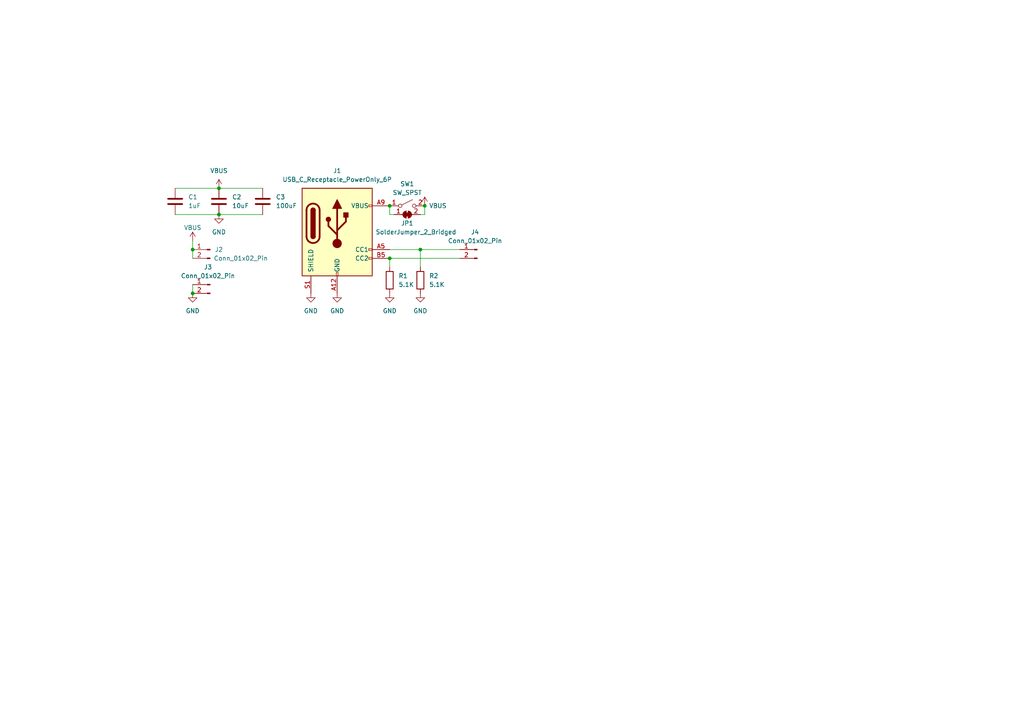
<source format=kicad_sch>
(kicad_sch (version 20230121) (generator eeschema)
  (paper "A4")
  (lib_symbols
    (symbol "Connector:Conn_01x02_Pin" (pin_names (offset 1.016) hide)
      (property "Reference" "J" (at 0 2.54 0))
      (property "Value" "Conn_01x02_Pin" (at 0 -5.08 0))
      (symbol "Conn_01x02_Pin_1_1"
        (polyline (pts (xy 1.27 -2.54) (xy 0.8636 -2.54)) (stroke (width 0.1524)))
        (polyline (pts (xy 1.27 0) (xy 0.8636 0)) (stroke (width 0.1524)))
        (rectangle (start 0.8636 -2.413) (end 0 -2.667) (stroke (width 0.1524)) (fill (type outline)))
        (rectangle (start 0.8636 0.127) (end 0 -0.127) (stroke (width 0.1524)) (fill (type outline)))
        (pin passive line (at 5.08 0 180) (length 3.81) (name "Pin_1") (number "1"))
        (pin passive line (at 5.08 -2.54 180) (length 3.81) (name "Pin_2") (number "2"))
      )
    )
    (symbol "Connector:USB_C_Receptacle_PowerOnly_6P" (pin_names (offset 1.016))
      (property "Reference" "J" (at 0 16.51 0))
      (property "Value" "USB_C_Receptacle_PowerOnly_6P" (at 0 13.97 0))
      (symbol "USB_C_Receptacle_PowerOnly_6P_0_0"
        (rectangle (start -0.254 -12.7) (end 0.254 -11.684))
        (rectangle (start 10.16 -7.366) (end 9.144 -7.874))
        (rectangle (start 10.16 -4.826) (end 9.144 -5.334))
        (rectangle (start 10.16 7.874) (end 9.144 7.366))
      )
      (symbol "USB_C_Receptacle_PowerOnly_6P_0_1"
        (rectangle (start -10.16 12.7) (end 10.16 -12.7) (stroke (width 0.254)) (fill (type background)))
        (arc (start -8.89 -1.27) (mid -6.985 -3.1667) (end -5.08 -1.27) (stroke (width 0.508)))
        (arc (start -7.62 -1.27) (mid -6.985 -1.9023) (end -6.35 -1.27) (stroke (width 0.254)))
        (arc (start -7.62 -1.27) (mid -6.985 -1.9023) (end -6.35 -1.27) (stroke (width 0.254)) (fill (type outline)))
        (rectangle (start -7.62 -1.27) (end -6.35 6.35) (stroke (width 0.254)) (fill (type outline)))
        (arc (start -6.35 6.35) (mid -6.985 6.9823) (end -7.62 6.35) (stroke (width 0.254)))
        (arc (start -6.35 6.35) (mid -6.985 6.9823) (end -7.62 6.35) (stroke (width 0.254)) (fill (type outline)))
        (arc (start -5.08 6.35) (mid -6.985 8.2467) (end -8.89 6.35) (stroke (width 0.508)))
        (circle (center -2.54 3.683) (radius 0.635) (stroke (width 0.254)) (fill (type outline)))
        (circle (center 0 -3.302) (radius 1.27) (fill (type outline)))
        (polyline (pts (xy -8.89 -1.27) (xy -8.89 6.35)) (stroke (width 0.508)))
        (polyline (pts (xy -5.08 6.35) (xy -5.08 -1.27)) (stroke (width 0.508)))
        (polyline (pts (xy 0 -3.302) (xy 0 6.858)) (stroke (width 0.508)))
        (polyline (pts (xy 0 -0.762) (xy -2.54 1.778) (xy -2.54 3.048)) (stroke (width 0.508)))
        (polyline (pts (xy 0 0.508) (xy 2.54 3.048) (xy 2.54 4.318)) (stroke (width 0.508)))
        (polyline (pts (xy -1.27 6.858) (xy 0 9.398) (xy 1.27 6.858) (xy -1.27 6.858)) (stroke (width 0.254)) (fill (type outline)))
        (rectangle (start 1.905 4.318) (end 3.175 5.588) (stroke (width 0.254)) (fill (type outline)))
      )
      (symbol "USB_C_Receptacle_PowerOnly_6P_1_1"
        (pin passive line (at 0 -17.78 90) (length 5.08) (name "GND") (number "A12"))
        (pin bidirectional line (at 15.24 -5.08 180) (length 5.08) (name "CC1") (number "A5"))
        (pin passive line (at 15.24 7.62 180) (length 5.08) (name "VBUS") (number "A9"))
        (pin passive line (at 0 -17.78 90) (length 5.08) hide (name "GND") (number "B12"))
        (pin bidirectional line (at 15.24 -7.62 180) (length 5.08) (name "CC2") (number "B5"))
        (pin passive line (at 15.24 7.62 180) (length 5.08) hide (name "VBUS") (number "B9"))
        (pin passive line (at -7.62 -17.78 90) (length 5.08) (name "SHIELD") (number "S1"))
      )
    )
    (symbol "Device:C" (pin_numbers hide) (pin_names (offset 0.254))
      (property "Reference" "C" (at 0.635 2.54 0))
      (property "Value" "C" (at 0.635 -2.54 0))
      (symbol "C_0_1"
        (polyline (pts (xy -2.032 -0.762) (xy 2.032 -0.762)) (stroke (width 0.508)))
        (polyline (pts (xy -2.032 0.762) (xy 2.032 0.762)) (stroke (width 0.508)))
      )
      (symbol "C_1_1"
        (pin passive line (at 0 3.81 270) (length 2.794) (name "~") (number "1"))
        (pin passive line (at 0 -3.81 90) (length 2.794) (name "~") (number "2"))
      )
    )
    (symbol "Device:R" (pin_numbers hide) (pin_names (offset 0))
      (property "Reference" "R" (at 2.032 0 90))
      (property "Value" "R" (at 0 0 90))
      (symbol "R_0_1"
        (rectangle (start -1.016 -2.54) (end 1.016 2.54) (stroke (width 0.254)))
      )
      (symbol "R_1_1"
        (pin passive line (at 0 3.81 270) (length 1.27) (name "~") (number "1"))
        (pin passive line (at 0 -3.81 90) (length 1.27) (name "~") (number "2"))
      )
    )
    (symbol "Jumper:SolderJumper_2_Bridged" (pin_names (offset 0) hide)
      (property "Reference" "JP" (at 0 2.032 0))
      (property "Value" "SolderJumper_2_Bridged" (at 0 -2.54 0))
      (symbol "SolderJumper_2_Bridged_0_1"
        (rectangle (start -0.508 0.508) (end 0.508 -0.508) (fill (type outline)))
        (arc (start -0.254 1.016) (mid -1.2656 0) (end -0.254 -1.016))
        (arc (start -0.254 1.016) (mid -1.2656 0) (end -0.254 -1.016) (fill (type outline)))
        (polyline (pts (xy -0.254 1.016) (xy -0.254 -1.016)))
        (polyline (pts (xy 0.254 1.016) (xy 0.254 -1.016)))
        (arc (start 0.254 -1.016) (mid 1.2656 0) (end 0.254 1.016))
        (arc (start 0.254 -1.016) (mid 1.2656 0) (end 0.254 1.016) (fill (type outline)))
      )
      (symbol "SolderJumper_2_Bridged_1_1"
        (pin passive line (at -3.81 0 0) (length 2.54) (name "A") (number "1"))
        (pin passive line (at 3.81 0 180) (length 2.54) (name "B") (number "2"))
      )
    )
    (symbol "Switch:SW_SPST" (pin_names (offset 0) hide)
      (property "Reference" "SW" (at 0 3.175 0))
      (property "Value" "SW_SPST" (at 0 -2.54 0))
      (symbol "SW_SPST_0_0"
        (circle (center -2.032 0) (radius 0.508))
        (polyline (pts (xy -1.524 0.254) (xy 1.524 1.778)))
        (circle (center 2.032 0) (radius 0.508))
      )
      (symbol "SW_SPST_1_1"
        (pin passive line (at -5.08 0 0) (length 2.54) (name "A") (number "1"))
        (pin passive line (at 5.08 0 180) (length 2.54) (name "B") (number "2"))
      )
    )
    (symbol "power:GND" (power) (pin_names (offset 0))
      (property "Value" "GND" (at 0 -3.81 0))
      (symbol "GND_0_1"
        (polyline (pts (xy 0 0) (xy 0 -1.27) (xy 1.27 -1.27) (xy 0 -2.54) (xy -1.27 -1.27) (xy 0 -1.27)))
      )
      (symbol "GND_1_1"
        (pin power_in line (at 0 0 270) (length 0) hide (name "GND") (number "1"))
      )
    )
    (symbol "power:VBUS" (power) (pin_names (offset 0))
      (property "Value" "VBUS" (at 0 3.81 0))
      (symbol "VBUS_0_1"
        (polyline (pts (xy -0.762 1.27) (xy 0 2.54)))
        (polyline (pts (xy 0 0) (xy 0 2.54)))
        (polyline (pts (xy 0 2.54) (xy 0.762 1.27)))
      )
      (symbol "VBUS_1_1"
        (pin power_in line (at 0 0 90) (length 0) hide (name "VBUS") (number "1"))
      )
    )
  )
  (junction (at 55.88 72.39))
  (junction (at 63.5 54.61))
  (junction (at 121.92 72.39))
  (junction (at 55.88 85.09))
  (junction (at 63.5 62.23))
  (junction (at 113.03 74.93))
  (junction (at 123.19 59.69))
  (junction (at 113.03 59.69))
  (wire (pts (xy 121.92 62.23) (xy 123.19 62.23)))
  (wire (pts (xy 55.88 69.85) (xy 55.88 72.39)))
  (wire (pts (xy 63.5 62.23) (xy 76.2 62.23)))
  (wire (pts (xy 50.8 54.61) (xy 63.5 54.61)))
  (wire (pts (xy 113.03 74.93) (xy 113.03 77.47)))
  (wire (pts (xy 121.92 72.39) (xy 121.92 77.47)))
  (wire (pts (xy 55.88 82.55) (xy 55.88 85.09)))
  (wire (pts (xy 55.88 72.39) (xy 55.88 74.93)))
  (wire (pts (xy 121.92 72.39) (xy 133.35 72.39)))
  (wire (pts (xy 63.5 54.61) (xy 76.2 54.61)))
  (wire (pts (xy 50.8 62.23) (xy 63.5 62.23)))
  (wire (pts (xy 113.03 59.69) (xy 113.03 62.23)))
  (wire (pts (xy 123.19 59.69) (xy 123.19 62.23)))
  (wire (pts (xy 114.3 62.23) (xy 113.03 62.23)))
  (wire (pts (xy 113.03 72.39) (xy 121.92 72.39)))
  (wire (pts (xy 113.03 74.93) (xy 133.35 74.93)))
  (symbol (lib_id "power:GND") (at 121.92 85.09 0) (unit 1)
    (property "Reference" "#PWR04" (effects hide))
    (property "Value" "GND" (at 121.92 90.17 0))
  )
  (symbol (lib_id "power:GND") (at 90.17 85.09 0) (unit 1)
    (property "Reference" "#PWR01" (effects hide))
    (property "Value" "GND" (at 90.17 90.17 0))
  )
  (symbol (lib_id "power:GND") (at 55.88 85.09 0) (unit 1)
    (property "Reference" "#PWR09" (effects hide))
    (property "Value" "GND" (at 55.88 90.17 0))
  )
  (symbol (lib_id "Jumper:SolderJumper_2_Bridged") (at 118.11 62.23 0) (unit 1)
    (property "Reference" "JP1" (at 118.11 64.77 0))
    (property "Value" "SolderJumper_2_Bridged" (at 120.65 67.31 0))
  )
  (symbol (lib_id "Device:R") (at 121.92 81.28 0) (unit 1)
    (property "Reference" "R2" (at 124.46 80.01 0) (effects (justify left)))
    (property "Value" "5.1K" (at 124.46 82.55 0) (effects (justify left)))
  )
  (symbol (lib_id "Device:C") (at 76.2 58.42 0) (unit 1)
    (property "Reference" "C3" (at 80.01 57.15 0) (effects (justify left)))
    (property "Value" "100uF" (at 80.01 59.69 0) (effects (justify left)))
  )
  (symbol (lib_id "power:VBUS") (at 63.5 54.61 0) (unit 1)
    (property "Reference" "#PWR05" (effects hide))
    (property "Value" "VBUS" (at 63.5 49.53 0))
  )
  (symbol (lib_id "power:GND") (at 97.79 85.09 0) (unit 1)
    (property "Reference" "#PWR02" (effects hide))
    (property "Value" "GND" (at 97.79 90.17 0))
  )
  (symbol (lib_id "Connector:Conn_01x02_Pin") (at 60.96 82.55 0) (mirror y) (unit 1)
    (property "Reference" "J3" (at 60.325 77.47 0))
    (property "Value" "Conn_01x02_Pin" (at 60.325 80.01 0))
  )
  (symbol (lib_id "power:GND") (at 63.5 62.23 0) (unit 1)
    (property "Reference" "#PWR06" (effects hide))
    (property "Value" "GND" (at 63.5 67.31 0))
  )
  (symbol (lib_id "Device:R") (at 113.03 81.28 0) (unit 1)
    (property "Reference" "R1" (at 115.57 80.01 0) (effects (justify left)))
    (property "Value" "5.1K" (at 115.57 82.55 0) (effects (justify left)))
  )
  (symbol (lib_id "Connector:Conn_01x02_Pin") (at 138.43 72.39 0) (mirror y) (unit 1)
    (property "Reference" "J4" (at 137.795 67.31 0))
    (property "Value" "Conn_01x02_Pin" (at 137.795 69.85 0))
  )
  (symbol (lib_id "power:VBUS") (at 55.88 69.85 0) (unit 1)
    (property "Reference" "#PWR08" (effects hide))
    (property "Value" "VBUS" (at 55.88 66.04 0))
  )
  (symbol (lib_id "Connector:Conn_01x02_Pin") (at 60.96 72.39 0) (mirror y) (unit 1)
    (property "Reference" "J2" (at 63.5 72.39 0))
    (property "Value" "Conn_01x02_Pin" (at 69.85 74.93 0))
  )
  (symbol (lib_id "Connector:USB_C_Receptacle_PowerOnly_6P") (at 97.79 67.31 0) (unit 1)
    (property "Reference" "J1" (at 97.79 49.53 0))
    (property "Value" "USB_C_Receptacle_PowerOnly_6P" (at 97.79 52.07 0))
    (property "Datasheet" "https://www.usb.org/sites/default/files/documents/usb_type-c.zip" (effects hide))
  )
  (symbol (lib_id "Device:C") (at 50.8 58.42 0) (unit 1)
    (property "Reference" "C1" (at 54.61 57.15 0) (effects (justify left)))
    (property "Value" "1uF" (at 54.61 59.69 0) (effects (justify left)))
  )
  (symbol (lib_id "Switch:SW_SPST") (at 118.11 59.69 0) (unit 1)
    (property "Reference" "SW1" (at 118.11 53.34 0))
    (property "Value" "SW_SPST" (at 118.11 55.88 0))
  )
  (symbol (lib_id "power:VBUS") (at 123.19 59.69 0) (unit 1)
    (property "Reference" "#PWR07" (effects hide))
    (property "Value" "VBUS" (at 127 59.69 0))
  )
  (symbol (lib_id "Device:C") (at 63.5 58.42 0) (unit 1)
    (property "Reference" "C2" (at 67.31 57.15 0) (effects (justify left)))
    (property "Value" "10uF" (at 67.31 59.69 0) (effects (justify left)))
  )
  (symbol (lib_id "power:GND") (at 113.03 85.09 0) (unit 1)
    (property "Reference" "#PWR03" (effects hide))
    (property "Value" "GND" (at 113.03 90.17 0))
  )
)
</source>
